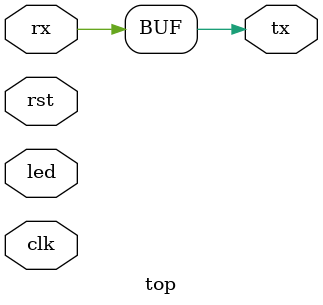
<source format=v>
module top (
	input  wire clk,

	input  wire rx,
	output wire tx,

	input  wire rst,
	input  wire led  // unused
);

	assign tx = rx;

endmodule

</source>
